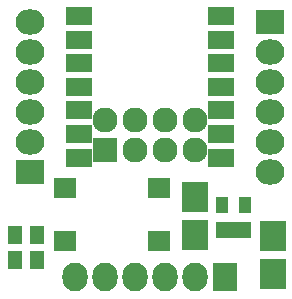
<source format=gts>
G04 #@! TF.FileFunction,Soldermask,Top*
%FSLAX46Y46*%
G04 Gerber Fmt 4.6, Leading zero omitted, Abs format (unit mm)*
G04 Created by KiCad (PCBNEW 4.0.0-rc2-stable) date 29.11.2015 16:31:19*
%MOMM*%
G01*
G04 APERTURE LIST*
%ADD10C,0.100000*%
%ADD11R,2.127200X2.432000*%
%ADD12O,2.127200X2.432000*%
%ADD13R,2.432000X2.127200*%
%ADD14O,2.432000X2.127200*%
%ADD15R,1.050000X1.460000*%
%ADD16R,2.200000X1.600000*%
%ADD17R,2.127200X2.127200*%
%ADD18O,2.127200X2.127200*%
%ADD19R,2.200860X2.548840*%
%ADD20R,1.950000X1.700000*%
%ADD21R,1.300000X1.600000*%
G04 APERTURE END LIST*
D10*
D11*
X125730000Y-99695000D03*
D12*
X123190000Y-99695000D03*
X120650000Y-99695000D03*
X118110000Y-99695000D03*
X115570000Y-99695000D03*
X113030000Y-99695000D03*
D13*
X129540000Y-78105000D03*
D14*
X129540000Y-80645000D03*
X129540000Y-83185000D03*
X129540000Y-85725000D03*
X129540000Y-88265000D03*
X129540000Y-90805000D03*
D13*
X109220000Y-90805000D03*
D14*
X109220000Y-88265000D03*
X109220000Y-85725000D03*
X109220000Y-83185000D03*
X109220000Y-80645000D03*
X109220000Y-78105000D03*
D15*
X125542000Y-95715000D03*
X126492000Y-95715000D03*
X127442000Y-95715000D03*
X127442000Y-93515000D03*
X125542000Y-93515000D03*
D16*
X113380000Y-77550000D03*
X113380000Y-79550000D03*
X113380000Y-81550000D03*
X113380000Y-83550000D03*
X113380000Y-85550000D03*
X113380000Y-87550000D03*
X113380000Y-89550000D03*
X125380000Y-89550000D03*
X125380000Y-87550000D03*
X125380000Y-85550000D03*
X125380000Y-83550000D03*
X125380000Y-81550000D03*
X125380000Y-79550000D03*
X125380000Y-77550000D03*
D17*
X115570000Y-88900000D03*
D18*
X115570000Y-86360000D03*
X118110000Y-88900000D03*
X118110000Y-86360000D03*
X120650000Y-88900000D03*
X120650000Y-86360000D03*
X123190000Y-88900000D03*
X123190000Y-86360000D03*
D19*
X123190000Y-96113600D03*
X123190000Y-92862400D03*
X129794000Y-96164400D03*
X129794000Y-99415600D03*
D20*
X120180000Y-92111000D03*
X120180000Y-96611000D03*
X112230000Y-96611000D03*
X112230000Y-92111000D03*
D21*
X107950000Y-96055000D03*
X107950000Y-98255000D03*
X109855000Y-98255000D03*
X109855000Y-96055000D03*
M02*

</source>
